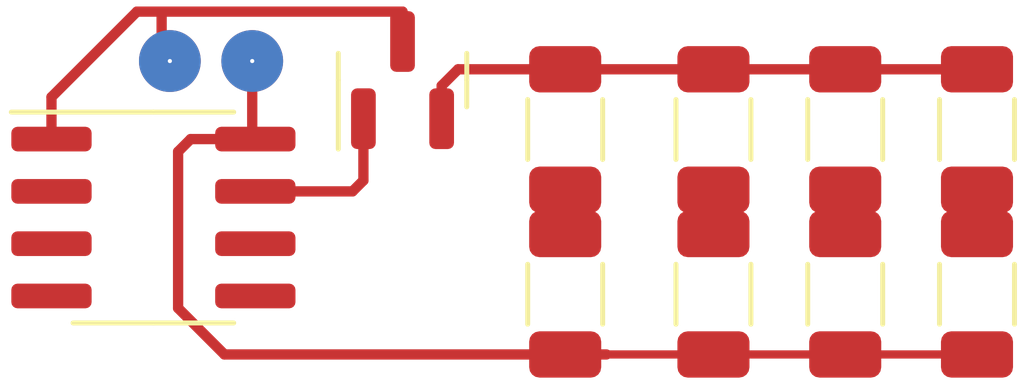
<source format=kicad_pcb>
(kicad_pcb (version 20221018) (generator pcbnew)
  (layers (0 "F.Cu" signal) (31 "B.Cu" signal) (34 "B.Paste" user) (35 "F.Paste" user) (36 "B.SilkS" user "B.Silkscreen") (37 "F.SilkS" user "F.Silkscreen") (38 "B.Mask" user) (39 "F.Mask" user) (44 "Edge.Cuts" user))
  (net 0 "")
  (footprint "Resistor_SMD:R_1206_3216Metric" (layer "F.Cu") (at 127.8 92.2625 -90)
    (fp_text reference "REF**" hide)
    (fp_text value "R_1206_3216Metric" hide)
    (fp_line (start -0.727064 -0.91) (end 0.727064 -0.91) (stroke (width 0.12)) (layer "F.SilkS"))
    (fp_line (start -0.727064 0.91) (end 0.727064 0.91) (stroke (width 0.12)) (layer "F.SilkS"))
    (pad "1" smd roundrect (at -1.4625 0 270) (size 1.125 1.75) (layers "F.Cu" "F.Paste" "F.Mask") (roundrect_rratio 0.222222))
    (pad "2" smd roundrect (at 1.4625 0 270) (size 1.125 1.75) (layers "F.Cu" "F.Paste" "F.Mask") (roundrect_rratio 0.222222))
  )
  (footprint "Resistor_SMD:R_1206_3216Metric" (layer "F.Cu") (at 121 88.2625 90)
    (fp_text reference "REF**" hide)
    (fp_text value "R_1206_3216Metric" hide)
    (fp_line (start -0.727064 -0.91) (end 0.727064 -0.91) (stroke (width 0.12)) (layer "F.SilkS"))
    (fp_line (start -0.727064 0.91) (end 0.727064 0.91) (stroke (width 0.12)) (layer "F.SilkS"))
    (pad "1" smd roundrect (at -1.4625 0 90) (size 1.125 1.75) (layers "F.Cu" "F.Paste" "F.Mask") (roundrect_rratio 0.222222))
    (pad "2" smd roundrect (at 1.4625 0 90) (size 1.125 1.75) (layers "F.Cu" "F.Paste" "F.Mask") (roundrect_rratio 0.222222))
  )
  (footprint "Resistor_SMD:R_1206_3216Metric" (layer "F.Cu") (at 121 92.2625 -90)
    (fp_text reference "REF**" hide)
    (fp_text value "R_1206_3216Metric" hide)
    (fp_line (start -0.727064 -0.91) (end 0.727064 -0.91) (stroke (width 0.12)) (layer "F.SilkS"))
    (fp_line (start -0.727064 0.91) (end 0.727064 0.91) (stroke (width 0.12)) (layer "F.SilkS"))
    (pad "1" smd roundrect (at -1.4625 0 270) (size 1.125 1.75) (layers "F.Cu" "F.Paste" "F.Mask") (roundrect_rratio 0.222222))
    (pad "2" smd roundrect (at 1.4625 0 270) (size 1.125 1.75) (layers "F.Cu" "F.Paste" "F.Mask") (roundrect_rratio 0.222222))
  )
  (footprint "Resistor_SMD:R_1206_3216Metric" (layer "F.Cu") (at 124.6 92.2625 -90)
    (fp_text reference "REF**" hide)
    (fp_text value "R_1206_3216Metric" hide)
    (fp_line (start -0.727064 -0.91) (end 0.727064 -0.91) (stroke (width 0.12)) (layer "F.SilkS"))
    (fp_line (start -0.727064 0.91) (end 0.727064 0.91) (stroke (width 0.12)) (layer "F.SilkS"))
    (pad "1" smd roundrect (at -1.4625 0 270) (size 1.125 1.75) (layers "F.Cu" "F.Paste" "F.Mask") (roundrect_rratio 0.222222))
    (pad "2" smd roundrect (at 1.4625 0 270) (size 1.125 1.75) (layers "F.Cu" "F.Paste" "F.Mask") (roundrect_rratio 0.222222))
  )
  (footprint "Resistor_SMD:R_1206_3216Metric" (layer "F.Cu") (at 127.8 88.2625 90)
    (fp_text reference "REF**" hide)
    (fp_text value "R_1206_3216Metric" hide)
    (fp_line (start -0.727064 -0.91) (end 0.727064 -0.91) (stroke (width 0.12)) (layer "F.SilkS"))
    (fp_line (start -0.727064 0.91) (end 0.727064 0.91) (stroke (width 0.12)) (layer "F.SilkS"))
    (pad "1" smd roundrect (at -1.4625 0 90) (size 1.125 1.75) (layers "F.Cu" "F.Paste" "F.Mask") (roundrect_rratio 0.222222))
    (pad "2" smd roundrect (at 1.4625 0 90) (size 1.125 1.75) (layers "F.Cu" "F.Paste" "F.Mask") (roundrect_rratio 0.222222))
  )
  (footprint "Package_TO_SOT_SMD:SOT-23" (layer "F.Cu") (at 117.05 87.0625 90)
    (fp_text reference "REF**" hide)
    (fp_text value "SOT-23" hide)
    (fp_line (start 0 -1.56) (end -1.675 -1.56) (stroke (width 0.12)) (layer "F.SilkS"))
    (fp_line (start 0 -1.56) (end 0.65 -1.56) (stroke (width 0.12)) (layer "F.SilkS"))
    (fp_line (start 0 1.56) (end -0.65 1.56) (stroke (width 0.12)) (layer "F.SilkS"))
    (fp_line (start 0 1.56) (end 0.65 1.56) (stroke (width 0.12)) (layer "F.SilkS"))
    (pad "1" smd roundrect (at -0.9375 -0.95 90) (size 1.475 0.6) (layers "F.Cu" "F.Paste" "F.Mask"))
    (pad "2" smd roundrect (at -0.9375 0.95 90) (size 1.475 0.6) (layers "F.Cu" "F.Paste" "F.Mask"))
    (pad "3" smd roundrect (at 0.9375 0 90) (size 1.475 0.6) (layers "F.Cu" "F.Paste" "F.Mask"))
  )
  (footprint "Resistor_SMD:R_1206_3216Metric" (layer "F.Cu") (at 131 92.2625 -90)
    (fp_text reference "REF**" hide)
    (fp_text value "R_1206_3216Metric" hide)
    (fp_line (start -0.727064 -0.91) (end 0.727064 -0.91) (stroke (width 0.12)) (layer "F.SilkS"))
    (fp_line (start -0.727064 0.91) (end 0.727064 0.91) (stroke (width 0.12)) (layer "F.SilkS"))
    (pad "1" smd roundrect (at -1.4625 0 270) (size 1.125 1.75) (layers "F.Cu" "F.Paste" "F.Mask") (roundrect_rratio 0.222222))
    (pad "2" smd roundrect (at 1.4625 0 270) (size 1.125 1.75) (layers "F.Cu" "F.Paste" "F.Mask") (roundrect_rratio 0.222222))
  )
  (footprint "Resistor_SMD:R_1206_3216Metric" (layer "F.Cu") (at 131 88.2625 90)
    (fp_text reference "REF**" hide)
    (fp_text value "R_1206_3216Metric" hide)
    (fp_line (start -0.727064 -0.91) (end 0.727064 -0.91) (stroke (width 0.12)) (layer "F.SilkS"))
    (fp_line (start -0.727064 0.91) (end 0.727064 0.91) (stroke (width 0.12)) (layer "F.SilkS"))
    (pad "1" smd roundrect (at -1.4625 0 90) (size 1.125 1.75) (layers "F.Cu" "F.Paste" "F.Mask") (roundrect_rratio 0.222222))
    (pad "2" smd roundrect (at 1.4625 0 90) (size 1.125 1.75) (layers "F.Cu" "F.Paste" "F.Mask") (roundrect_rratio 0.222222))
  )
  (footprint "Package_SO:SOIC-8_3.9x4.9mm_P1.27mm" (layer "F.Cu") (at 111 90.4)
    (fp_text reference "REF**" hide)
    (fp_text value "SOIC-8_3.9x4.9mm_P1.27mm" hide)
    (fp_line (start 0 -2.56) (end -3.45 -2.56) (stroke (width 0.12)) (layer "F.SilkS"))
    (fp_line (start 0 -2.56) (end 1.95 -2.56) (stroke (width 0.12)) (layer "F.SilkS"))
    (fp_line (start 0 2.56) (end -1.95 2.56) (stroke (width 0.12)) (layer "F.SilkS"))
    (fp_line (start 0 2.56) (end 1.95 2.56) (stroke (width 0.12)) (layer "F.SilkS"))
    (pad "1" smd roundrect (at -2.475 -1.905) (size 1.95 0.6) (layers "F.Cu" "F.Paste" "F.Mask"))
    (pad "2" smd roundrect (at -2.475 -0.635) (size 1.95 0.6) (layers "F.Cu" "F.Paste" "F.Mask"))
    (pad "3" smd roundrect (at -2.475 0.635) (size 1.95 0.6) (layers "F.Cu" "F.Paste" "F.Mask"))
    (pad "4" smd roundrect (at -2.475 1.905) (size 1.95 0.6) (layers "F.Cu" "F.Paste" "F.Mask"))
    (pad "5" smd roundrect (at 2.475 1.905) (size 1.95 0.6) (layers "F.Cu" "F.Paste" "F.Mask"))
    (pad "6" smd roundrect (at 2.475 0.635) (size 1.95 0.6) (layers "F.Cu" "F.Paste" "F.Mask"))
    (pad "7" smd roundrect (at 2.475 -0.635) (size 1.95 0.6) (layers "F.Cu" "F.Paste" "F.Mask"))
    (pad "8" smd roundrect (at 2.475 -1.905) (size 1.95 0.6) (layers "F.Cu" "F.Paste" "F.Mask"))
  )
  (footprint "Resistor_SMD:R_1206_3216Metric" (layer "F.Cu") (at 124.6 88.2625 90)
    (fp_text reference "REF**" hide)
    (fp_text value "R_1206_3216Metric" hide)
    (fp_line (start -0.727064 -0.91) (end 0.727064 -0.91) (stroke (width 0.12)) (layer "F.SilkS"))
    (fp_line (start -0.727064 0.91) (end 0.727064 0.91) (stroke (width 0.12)) (layer "F.SilkS"))
    (pad "1" smd roundrect (at -1.4625 0 90) (size 1.125 1.75) (layers "F.Cu" "F.Paste" "F.Mask") (roundrect_rratio 0.222222))
    (pad "2" smd roundrect (at 1.4625 0 90) (size 1.125 1.75) (layers "F.Cu" "F.Paste" "F.Mask") (roundrect_rratio 0.222222))
  )
  (segment (start 108.525 87.475) (end 110.6 85.4) (width 0.25) (layer "F.Cu") (net 0))
  (segment (start 117.05 85.4) (end 117.05 86.125) (width 0.25) (layer "F.Cu") (net 0))
  (segment (start 111.2 85.4) (end 117.05 85.4) (width 0.25) (layer "F.Cu") (net 0))
  (segment (start 110.6 85.4) (end 111.2 85.4) (width 0.25) (layer "F.Cu") (net 0))
  (segment (start 115.835 89.765) (end 116.1 89.5) (width 0.25) (layer "F.Cu") (net 0))
  (segment (start 121 93.725) (end 122 93.725) (width 0.2) (layer "F.Cu") (net 0))
  (segment (start 118.4 86.8) (end 121 86.8) (width 0.25) (layer "F.Cu") (net 0))
  (segment (start 111.6 92.6) (end 112.725 93.725) (width 0.25) (layer "F.Cu") (net 0))
  (segment (start 112.725 93.725) (end 122 93.725) (width 0.25) (layer "F.Cu") (net 0))
  (segment (start 111.2 86.4) (end 111.4 86.6) (width 0.25) (layer "F.Cu") (net 0))
  (segment (start 113.4 86.6) (end 113.4 88.42) (width 0.25) (layer "F.Cu") (net 0))
  (segment (start 118 87.2) (end 118.4 86.8) (width 0.25) (layer "F.Cu") (net 0))
  (segment (start 111.905 88.495) (end 111.6 88.8) (width 0.25) (layer "F.Cu") (net 0))
  (segment (start 108.525 88.495) (end 108.525 87.475) (width 0.25) (layer "F.Cu") (net 0))
  (segment (start 113.475 89.765) (end 115.835 89.765) (width 0.25) (layer "F.Cu") (net 0))
  (segment (start 121 86.8) (end 131 86.8) (width 0.25) (layer "F.Cu") (net 0))
  (segment (start 118 88) (end 118 87.2) (width 0.25) (layer "F.Cu") (net 0))
  (segment (start 111.2 85.4) (end 111.2 86.4) (width 0.25) (layer "F.Cu") (net 0))
  (segment (start 122 93.725) (end 131 93.725) (width 0.2) (layer "F.Cu") (net 0))
  (segment (start 111.6 88.8) (end 111.6 92.6) (width 0.25) (layer "F.Cu") (net 0))
  (segment (start 113.4 88.42) (end 113.475 88.495) (width 0.25) (layer "F.Cu") (net 0))
  (segment (start 113.475 88.495) (end 111.905 88.495) (width 0.25) (layer "F.Cu") (net 0))
  (segment (start 116.1 89.5) (end 116.1 88) (width 0.25) (layer "F.Cu") (net 0))
  (via (at 111.4 86.6) (size 1.5) (drill 0.1) (layers "F.Cu" "B.Cu") (net 0))
  (via (at 113.4 86.6) (size 1.5) (drill 0.1) (layers "F.Cu" "B.Cu") (net 0))
)
</source>
